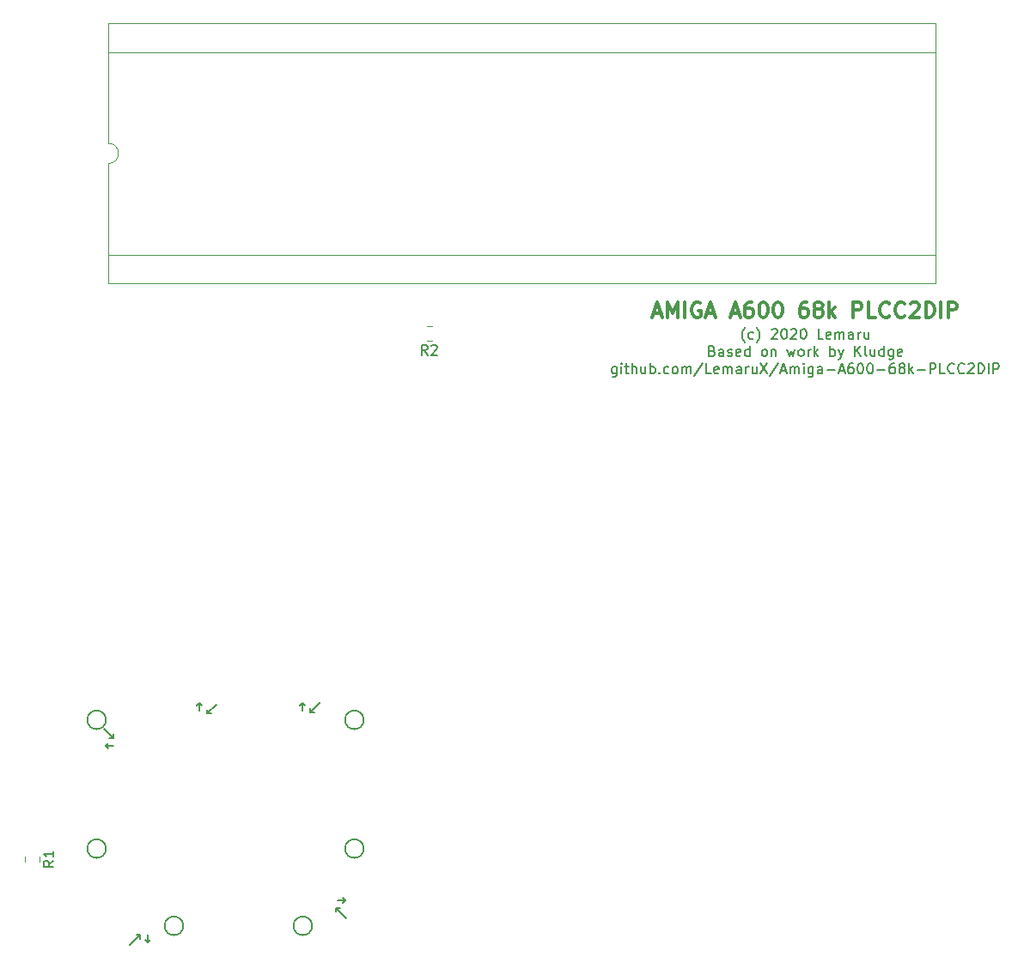
<source format=gbr>
%TF.GenerationSoftware,KiCad,Pcbnew,(5.1.6)-1*%
%TF.CreationDate,2020-11-29T15:27:34+00:00*%
%TF.ProjectId,A600 68k PLCC to DIP64,41363030-2036-4386-9b20-504c43432074,1*%
%TF.SameCoordinates,Original*%
%TF.FileFunction,Legend,Top*%
%TF.FilePolarity,Positive*%
%FSLAX46Y46*%
G04 Gerber Fmt 4.6, Leading zero omitted, Abs format (unit mm)*
G04 Created by KiCad (PCBNEW (5.1.6)-1) date 2020-11-29 15:27:34*
%MOMM*%
%LPD*%
G01*
G04 APERTURE LIST*
%ADD10C,0.200000*%
%ADD11C,0.300000*%
%ADD12C,0.120000*%
%ADD13C,0.150000*%
G04 APERTURE END LIST*
D10*
X180737619Y-77111333D02*
X180690000Y-77063714D01*
X180594761Y-76920857D01*
X180547142Y-76825619D01*
X180499523Y-76682761D01*
X180451904Y-76444666D01*
X180451904Y-76254190D01*
X180499523Y-76016095D01*
X180547142Y-75873238D01*
X180594761Y-75778000D01*
X180690000Y-75635142D01*
X180737619Y-75587523D01*
X181547142Y-76682761D02*
X181451904Y-76730380D01*
X181261428Y-76730380D01*
X181166190Y-76682761D01*
X181118571Y-76635142D01*
X181070952Y-76539904D01*
X181070952Y-76254190D01*
X181118571Y-76158952D01*
X181166190Y-76111333D01*
X181261428Y-76063714D01*
X181451904Y-76063714D01*
X181547142Y-76111333D01*
X181880476Y-77111333D02*
X181928095Y-77063714D01*
X182023333Y-76920857D01*
X182070952Y-76825619D01*
X182118571Y-76682761D01*
X182166190Y-76444666D01*
X182166190Y-76254190D01*
X182118571Y-76016095D01*
X182070952Y-75873238D01*
X182023333Y-75778000D01*
X181928095Y-75635142D01*
X181880476Y-75587523D01*
X183356666Y-75825619D02*
X183404285Y-75778000D01*
X183499523Y-75730380D01*
X183737619Y-75730380D01*
X183832857Y-75778000D01*
X183880476Y-75825619D01*
X183928095Y-75920857D01*
X183928095Y-76016095D01*
X183880476Y-76158952D01*
X183309047Y-76730380D01*
X183928095Y-76730380D01*
X184547142Y-75730380D02*
X184642380Y-75730380D01*
X184737619Y-75778000D01*
X184785238Y-75825619D01*
X184832857Y-75920857D01*
X184880476Y-76111333D01*
X184880476Y-76349428D01*
X184832857Y-76539904D01*
X184785238Y-76635142D01*
X184737619Y-76682761D01*
X184642380Y-76730380D01*
X184547142Y-76730380D01*
X184451904Y-76682761D01*
X184404285Y-76635142D01*
X184356666Y-76539904D01*
X184309047Y-76349428D01*
X184309047Y-76111333D01*
X184356666Y-75920857D01*
X184404285Y-75825619D01*
X184451904Y-75778000D01*
X184547142Y-75730380D01*
X185261428Y-75825619D02*
X185309047Y-75778000D01*
X185404285Y-75730380D01*
X185642380Y-75730380D01*
X185737619Y-75778000D01*
X185785238Y-75825619D01*
X185832857Y-75920857D01*
X185832857Y-76016095D01*
X185785238Y-76158952D01*
X185213809Y-76730380D01*
X185832857Y-76730380D01*
X186451904Y-75730380D02*
X186547142Y-75730380D01*
X186642380Y-75778000D01*
X186690000Y-75825619D01*
X186737619Y-75920857D01*
X186785238Y-76111333D01*
X186785238Y-76349428D01*
X186737619Y-76539904D01*
X186690000Y-76635142D01*
X186642380Y-76682761D01*
X186547142Y-76730380D01*
X186451904Y-76730380D01*
X186356666Y-76682761D01*
X186309047Y-76635142D01*
X186261428Y-76539904D01*
X186213809Y-76349428D01*
X186213809Y-76111333D01*
X186261428Y-75920857D01*
X186309047Y-75825619D01*
X186356666Y-75778000D01*
X186451904Y-75730380D01*
X188451904Y-76730380D02*
X187975714Y-76730380D01*
X187975714Y-75730380D01*
X189166190Y-76682761D02*
X189070952Y-76730380D01*
X188880476Y-76730380D01*
X188785238Y-76682761D01*
X188737619Y-76587523D01*
X188737619Y-76206571D01*
X188785238Y-76111333D01*
X188880476Y-76063714D01*
X189070952Y-76063714D01*
X189166190Y-76111333D01*
X189213809Y-76206571D01*
X189213809Y-76301809D01*
X188737619Y-76397047D01*
X189642380Y-76730380D02*
X189642380Y-76063714D01*
X189642380Y-76158952D02*
X189690000Y-76111333D01*
X189785238Y-76063714D01*
X189928095Y-76063714D01*
X190023333Y-76111333D01*
X190070952Y-76206571D01*
X190070952Y-76730380D01*
X190070952Y-76206571D02*
X190118571Y-76111333D01*
X190213809Y-76063714D01*
X190356666Y-76063714D01*
X190451904Y-76111333D01*
X190499523Y-76206571D01*
X190499523Y-76730380D01*
X191404285Y-76730380D02*
X191404285Y-76206571D01*
X191356666Y-76111333D01*
X191261428Y-76063714D01*
X191070952Y-76063714D01*
X190975714Y-76111333D01*
X191404285Y-76682761D02*
X191309047Y-76730380D01*
X191070952Y-76730380D01*
X190975714Y-76682761D01*
X190928095Y-76587523D01*
X190928095Y-76492285D01*
X190975714Y-76397047D01*
X191070952Y-76349428D01*
X191309047Y-76349428D01*
X191404285Y-76301809D01*
X191880476Y-76730380D02*
X191880476Y-76063714D01*
X191880476Y-76254190D02*
X191928095Y-76158952D01*
X191975714Y-76111333D01*
X192070952Y-76063714D01*
X192166190Y-76063714D01*
X192928095Y-76063714D02*
X192928095Y-76730380D01*
X192499523Y-76063714D02*
X192499523Y-76587523D01*
X192547142Y-76682761D01*
X192642380Y-76730380D01*
X192785238Y-76730380D01*
X192880476Y-76682761D01*
X192928095Y-76635142D01*
X177523333Y-77906571D02*
X177666190Y-77954190D01*
X177713809Y-78001809D01*
X177761428Y-78097047D01*
X177761428Y-78239904D01*
X177713809Y-78335142D01*
X177666190Y-78382761D01*
X177570952Y-78430380D01*
X177190000Y-78430380D01*
X177190000Y-77430380D01*
X177523333Y-77430380D01*
X177618571Y-77478000D01*
X177666190Y-77525619D01*
X177713809Y-77620857D01*
X177713809Y-77716095D01*
X177666190Y-77811333D01*
X177618571Y-77858952D01*
X177523333Y-77906571D01*
X177190000Y-77906571D01*
X178618571Y-78430380D02*
X178618571Y-77906571D01*
X178570952Y-77811333D01*
X178475714Y-77763714D01*
X178285238Y-77763714D01*
X178190000Y-77811333D01*
X178618571Y-78382761D02*
X178523333Y-78430380D01*
X178285238Y-78430380D01*
X178190000Y-78382761D01*
X178142380Y-78287523D01*
X178142380Y-78192285D01*
X178190000Y-78097047D01*
X178285238Y-78049428D01*
X178523333Y-78049428D01*
X178618571Y-78001809D01*
X179047142Y-78382761D02*
X179142380Y-78430380D01*
X179332857Y-78430380D01*
X179428095Y-78382761D01*
X179475714Y-78287523D01*
X179475714Y-78239904D01*
X179428095Y-78144666D01*
X179332857Y-78097047D01*
X179190000Y-78097047D01*
X179094761Y-78049428D01*
X179047142Y-77954190D01*
X179047142Y-77906571D01*
X179094761Y-77811333D01*
X179190000Y-77763714D01*
X179332857Y-77763714D01*
X179428095Y-77811333D01*
X180285238Y-78382761D02*
X180190000Y-78430380D01*
X179999523Y-78430380D01*
X179904285Y-78382761D01*
X179856666Y-78287523D01*
X179856666Y-77906571D01*
X179904285Y-77811333D01*
X179999523Y-77763714D01*
X180190000Y-77763714D01*
X180285238Y-77811333D01*
X180332857Y-77906571D01*
X180332857Y-78001809D01*
X179856666Y-78097047D01*
X181190000Y-78430380D02*
X181190000Y-77430380D01*
X181190000Y-78382761D02*
X181094761Y-78430380D01*
X180904285Y-78430380D01*
X180809047Y-78382761D01*
X180761428Y-78335142D01*
X180713809Y-78239904D01*
X180713809Y-77954190D01*
X180761428Y-77858952D01*
X180809047Y-77811333D01*
X180904285Y-77763714D01*
X181094761Y-77763714D01*
X181190000Y-77811333D01*
X182570952Y-78430380D02*
X182475714Y-78382761D01*
X182428095Y-78335142D01*
X182380476Y-78239904D01*
X182380476Y-77954190D01*
X182428095Y-77858952D01*
X182475714Y-77811333D01*
X182570952Y-77763714D01*
X182713809Y-77763714D01*
X182809047Y-77811333D01*
X182856666Y-77858952D01*
X182904285Y-77954190D01*
X182904285Y-78239904D01*
X182856666Y-78335142D01*
X182809047Y-78382761D01*
X182713809Y-78430380D01*
X182570952Y-78430380D01*
X183332857Y-77763714D02*
X183332857Y-78430380D01*
X183332857Y-77858952D02*
X183380476Y-77811333D01*
X183475714Y-77763714D01*
X183618571Y-77763714D01*
X183713809Y-77811333D01*
X183761428Y-77906571D01*
X183761428Y-78430380D01*
X184904285Y-77763714D02*
X185094761Y-78430380D01*
X185285238Y-77954190D01*
X185475714Y-78430380D01*
X185666190Y-77763714D01*
X186190000Y-78430380D02*
X186094761Y-78382761D01*
X186047142Y-78335142D01*
X185999523Y-78239904D01*
X185999523Y-77954190D01*
X186047142Y-77858952D01*
X186094761Y-77811333D01*
X186190000Y-77763714D01*
X186332857Y-77763714D01*
X186428095Y-77811333D01*
X186475714Y-77858952D01*
X186523333Y-77954190D01*
X186523333Y-78239904D01*
X186475714Y-78335142D01*
X186428095Y-78382761D01*
X186332857Y-78430380D01*
X186190000Y-78430380D01*
X186951904Y-78430380D02*
X186951904Y-77763714D01*
X186951904Y-77954190D02*
X186999523Y-77858952D01*
X187047142Y-77811333D01*
X187142380Y-77763714D01*
X187237619Y-77763714D01*
X187570952Y-78430380D02*
X187570952Y-77430380D01*
X187666190Y-78049428D02*
X187951904Y-78430380D01*
X187951904Y-77763714D02*
X187570952Y-78144666D01*
X189142380Y-78430380D02*
X189142380Y-77430380D01*
X189142380Y-77811333D02*
X189237619Y-77763714D01*
X189428095Y-77763714D01*
X189523333Y-77811333D01*
X189570952Y-77858952D01*
X189618571Y-77954190D01*
X189618571Y-78239904D01*
X189570952Y-78335142D01*
X189523333Y-78382761D01*
X189428095Y-78430380D01*
X189237619Y-78430380D01*
X189142380Y-78382761D01*
X189951904Y-77763714D02*
X190190000Y-78430380D01*
X190428095Y-77763714D02*
X190190000Y-78430380D01*
X190094761Y-78668476D01*
X190047142Y-78716095D01*
X189951904Y-78763714D01*
X191570952Y-78430380D02*
X191570952Y-77430380D01*
X192142380Y-78430380D02*
X191713809Y-77858952D01*
X192142380Y-77430380D02*
X191570952Y-78001809D01*
X192713809Y-78430380D02*
X192618571Y-78382761D01*
X192570952Y-78287523D01*
X192570952Y-77430380D01*
X193523333Y-77763714D02*
X193523333Y-78430380D01*
X193094761Y-77763714D02*
X193094761Y-78287523D01*
X193142380Y-78382761D01*
X193237619Y-78430380D01*
X193380476Y-78430380D01*
X193475714Y-78382761D01*
X193523333Y-78335142D01*
X194428095Y-78430380D02*
X194428095Y-77430380D01*
X194428095Y-78382761D02*
X194332857Y-78430380D01*
X194142380Y-78430380D01*
X194047142Y-78382761D01*
X193999523Y-78335142D01*
X193951904Y-78239904D01*
X193951904Y-77954190D01*
X193999523Y-77858952D01*
X194047142Y-77811333D01*
X194142380Y-77763714D01*
X194332857Y-77763714D01*
X194428095Y-77811333D01*
X195332857Y-77763714D02*
X195332857Y-78573238D01*
X195285238Y-78668476D01*
X195237619Y-78716095D01*
X195142380Y-78763714D01*
X194999523Y-78763714D01*
X194904285Y-78716095D01*
X195332857Y-78382761D02*
X195237619Y-78430380D01*
X195047142Y-78430380D01*
X194951904Y-78382761D01*
X194904285Y-78335142D01*
X194856666Y-78239904D01*
X194856666Y-77954190D01*
X194904285Y-77858952D01*
X194951904Y-77811333D01*
X195047142Y-77763714D01*
X195237619Y-77763714D01*
X195332857Y-77811333D01*
X196190000Y-78382761D02*
X196094761Y-78430380D01*
X195904285Y-78430380D01*
X195809047Y-78382761D01*
X195761428Y-78287523D01*
X195761428Y-77906571D01*
X195809047Y-77811333D01*
X195904285Y-77763714D01*
X196094761Y-77763714D01*
X196190000Y-77811333D01*
X196237619Y-77906571D01*
X196237619Y-78001809D01*
X195761428Y-78097047D01*
X168070952Y-79463714D02*
X168070952Y-80273238D01*
X168023333Y-80368476D01*
X167975714Y-80416095D01*
X167880476Y-80463714D01*
X167737619Y-80463714D01*
X167642380Y-80416095D01*
X168070952Y-80082761D02*
X167975714Y-80130380D01*
X167785238Y-80130380D01*
X167690000Y-80082761D01*
X167642380Y-80035142D01*
X167594761Y-79939904D01*
X167594761Y-79654190D01*
X167642380Y-79558952D01*
X167690000Y-79511333D01*
X167785238Y-79463714D01*
X167975714Y-79463714D01*
X168070952Y-79511333D01*
X168547142Y-80130380D02*
X168547142Y-79463714D01*
X168547142Y-79130380D02*
X168499523Y-79178000D01*
X168547142Y-79225619D01*
X168594761Y-79178000D01*
X168547142Y-79130380D01*
X168547142Y-79225619D01*
X168880476Y-79463714D02*
X169261428Y-79463714D01*
X169023333Y-79130380D02*
X169023333Y-79987523D01*
X169070952Y-80082761D01*
X169166190Y-80130380D01*
X169261428Y-80130380D01*
X169594761Y-80130380D02*
X169594761Y-79130380D01*
X170023333Y-80130380D02*
X170023333Y-79606571D01*
X169975714Y-79511333D01*
X169880476Y-79463714D01*
X169737619Y-79463714D01*
X169642380Y-79511333D01*
X169594761Y-79558952D01*
X170928095Y-79463714D02*
X170928095Y-80130380D01*
X170499523Y-79463714D02*
X170499523Y-79987523D01*
X170547142Y-80082761D01*
X170642380Y-80130380D01*
X170785238Y-80130380D01*
X170880476Y-80082761D01*
X170928095Y-80035142D01*
X171404285Y-80130380D02*
X171404285Y-79130380D01*
X171404285Y-79511333D02*
X171499523Y-79463714D01*
X171690000Y-79463714D01*
X171785238Y-79511333D01*
X171832857Y-79558952D01*
X171880476Y-79654190D01*
X171880476Y-79939904D01*
X171832857Y-80035142D01*
X171785238Y-80082761D01*
X171690000Y-80130380D01*
X171499523Y-80130380D01*
X171404285Y-80082761D01*
X172309047Y-80035142D02*
X172356666Y-80082761D01*
X172309047Y-80130380D01*
X172261428Y-80082761D01*
X172309047Y-80035142D01*
X172309047Y-80130380D01*
X173213809Y-80082761D02*
X173118571Y-80130380D01*
X172928095Y-80130380D01*
X172832857Y-80082761D01*
X172785238Y-80035142D01*
X172737619Y-79939904D01*
X172737619Y-79654190D01*
X172785238Y-79558952D01*
X172832857Y-79511333D01*
X172928095Y-79463714D01*
X173118571Y-79463714D01*
X173213809Y-79511333D01*
X173785238Y-80130380D02*
X173690000Y-80082761D01*
X173642380Y-80035142D01*
X173594761Y-79939904D01*
X173594761Y-79654190D01*
X173642380Y-79558952D01*
X173690000Y-79511333D01*
X173785238Y-79463714D01*
X173928095Y-79463714D01*
X174023333Y-79511333D01*
X174070952Y-79558952D01*
X174118571Y-79654190D01*
X174118571Y-79939904D01*
X174070952Y-80035142D01*
X174023333Y-80082761D01*
X173928095Y-80130380D01*
X173785238Y-80130380D01*
X174547142Y-80130380D02*
X174547142Y-79463714D01*
X174547142Y-79558952D02*
X174594761Y-79511333D01*
X174690000Y-79463714D01*
X174832857Y-79463714D01*
X174928095Y-79511333D01*
X174975714Y-79606571D01*
X174975714Y-80130380D01*
X174975714Y-79606571D02*
X175023333Y-79511333D01*
X175118571Y-79463714D01*
X175261428Y-79463714D01*
X175356666Y-79511333D01*
X175404285Y-79606571D01*
X175404285Y-80130380D01*
X176594761Y-79082761D02*
X175737619Y-80368476D01*
X177404285Y-80130380D02*
X176928095Y-80130380D01*
X176928095Y-79130380D01*
X178118571Y-80082761D02*
X178023333Y-80130380D01*
X177832857Y-80130380D01*
X177737619Y-80082761D01*
X177690000Y-79987523D01*
X177690000Y-79606571D01*
X177737619Y-79511333D01*
X177832857Y-79463714D01*
X178023333Y-79463714D01*
X178118571Y-79511333D01*
X178166190Y-79606571D01*
X178166190Y-79701809D01*
X177690000Y-79797047D01*
X178594761Y-80130380D02*
X178594761Y-79463714D01*
X178594761Y-79558952D02*
X178642380Y-79511333D01*
X178737619Y-79463714D01*
X178880476Y-79463714D01*
X178975714Y-79511333D01*
X179023333Y-79606571D01*
X179023333Y-80130380D01*
X179023333Y-79606571D02*
X179070952Y-79511333D01*
X179166190Y-79463714D01*
X179309047Y-79463714D01*
X179404285Y-79511333D01*
X179451904Y-79606571D01*
X179451904Y-80130380D01*
X180356666Y-80130380D02*
X180356666Y-79606571D01*
X180309047Y-79511333D01*
X180213809Y-79463714D01*
X180023333Y-79463714D01*
X179928095Y-79511333D01*
X180356666Y-80082761D02*
X180261428Y-80130380D01*
X180023333Y-80130380D01*
X179928095Y-80082761D01*
X179880476Y-79987523D01*
X179880476Y-79892285D01*
X179928095Y-79797047D01*
X180023333Y-79749428D01*
X180261428Y-79749428D01*
X180356666Y-79701809D01*
X180832857Y-80130380D02*
X180832857Y-79463714D01*
X180832857Y-79654190D02*
X180880476Y-79558952D01*
X180928095Y-79511333D01*
X181023333Y-79463714D01*
X181118571Y-79463714D01*
X181880476Y-79463714D02*
X181880476Y-80130380D01*
X181451904Y-79463714D02*
X181451904Y-79987523D01*
X181499523Y-80082761D01*
X181594761Y-80130380D01*
X181737619Y-80130380D01*
X181832857Y-80082761D01*
X181880476Y-80035142D01*
X182261428Y-79130380D02*
X182928095Y-80130380D01*
X182928095Y-79130380D02*
X182261428Y-80130380D01*
X184023333Y-79082761D02*
X183166190Y-80368476D01*
X184309047Y-79844666D02*
X184785238Y-79844666D01*
X184213809Y-80130380D02*
X184547142Y-79130380D01*
X184880476Y-80130380D01*
X185213809Y-80130380D02*
X185213809Y-79463714D01*
X185213809Y-79558952D02*
X185261428Y-79511333D01*
X185356666Y-79463714D01*
X185499523Y-79463714D01*
X185594761Y-79511333D01*
X185642380Y-79606571D01*
X185642380Y-80130380D01*
X185642380Y-79606571D02*
X185690000Y-79511333D01*
X185785238Y-79463714D01*
X185928095Y-79463714D01*
X186023333Y-79511333D01*
X186070952Y-79606571D01*
X186070952Y-80130380D01*
X186547142Y-80130380D02*
X186547142Y-79463714D01*
X186547142Y-79130380D02*
X186499523Y-79178000D01*
X186547142Y-79225619D01*
X186594761Y-79178000D01*
X186547142Y-79130380D01*
X186547142Y-79225619D01*
X187451904Y-79463714D02*
X187451904Y-80273238D01*
X187404285Y-80368476D01*
X187356666Y-80416095D01*
X187261428Y-80463714D01*
X187118571Y-80463714D01*
X187023333Y-80416095D01*
X187451904Y-80082761D02*
X187356666Y-80130380D01*
X187166190Y-80130380D01*
X187070952Y-80082761D01*
X187023333Y-80035142D01*
X186975714Y-79939904D01*
X186975714Y-79654190D01*
X187023333Y-79558952D01*
X187070952Y-79511333D01*
X187166190Y-79463714D01*
X187356666Y-79463714D01*
X187451904Y-79511333D01*
X188356666Y-80130380D02*
X188356666Y-79606571D01*
X188309047Y-79511333D01*
X188213809Y-79463714D01*
X188023333Y-79463714D01*
X187928095Y-79511333D01*
X188356666Y-80082761D02*
X188261428Y-80130380D01*
X188023333Y-80130380D01*
X187928095Y-80082761D01*
X187880476Y-79987523D01*
X187880476Y-79892285D01*
X187928095Y-79797047D01*
X188023333Y-79749428D01*
X188261428Y-79749428D01*
X188356666Y-79701809D01*
X188832857Y-79749428D02*
X189594761Y-79749428D01*
X190023333Y-79844666D02*
X190499523Y-79844666D01*
X189928095Y-80130380D02*
X190261428Y-79130380D01*
X190594761Y-80130380D01*
X191356666Y-79130380D02*
X191166190Y-79130380D01*
X191070952Y-79178000D01*
X191023333Y-79225619D01*
X190928095Y-79368476D01*
X190880476Y-79558952D01*
X190880476Y-79939904D01*
X190928095Y-80035142D01*
X190975714Y-80082761D01*
X191070952Y-80130380D01*
X191261428Y-80130380D01*
X191356666Y-80082761D01*
X191404285Y-80035142D01*
X191451904Y-79939904D01*
X191451904Y-79701809D01*
X191404285Y-79606571D01*
X191356666Y-79558952D01*
X191261428Y-79511333D01*
X191070952Y-79511333D01*
X190975714Y-79558952D01*
X190928095Y-79606571D01*
X190880476Y-79701809D01*
X192070952Y-79130380D02*
X192166190Y-79130380D01*
X192261428Y-79178000D01*
X192309047Y-79225619D01*
X192356666Y-79320857D01*
X192404285Y-79511333D01*
X192404285Y-79749428D01*
X192356666Y-79939904D01*
X192309047Y-80035142D01*
X192261428Y-80082761D01*
X192166190Y-80130380D01*
X192070952Y-80130380D01*
X191975714Y-80082761D01*
X191928095Y-80035142D01*
X191880476Y-79939904D01*
X191832857Y-79749428D01*
X191832857Y-79511333D01*
X191880476Y-79320857D01*
X191928095Y-79225619D01*
X191975714Y-79178000D01*
X192070952Y-79130380D01*
X193023333Y-79130380D02*
X193118571Y-79130380D01*
X193213809Y-79178000D01*
X193261428Y-79225619D01*
X193309047Y-79320857D01*
X193356666Y-79511333D01*
X193356666Y-79749428D01*
X193309047Y-79939904D01*
X193261428Y-80035142D01*
X193213809Y-80082761D01*
X193118571Y-80130380D01*
X193023333Y-80130380D01*
X192928095Y-80082761D01*
X192880476Y-80035142D01*
X192832857Y-79939904D01*
X192785238Y-79749428D01*
X192785238Y-79511333D01*
X192832857Y-79320857D01*
X192880476Y-79225619D01*
X192928095Y-79178000D01*
X193023333Y-79130380D01*
X193785238Y-79749428D02*
X194547142Y-79749428D01*
X195451904Y-79130380D02*
X195261428Y-79130380D01*
X195166190Y-79178000D01*
X195118571Y-79225619D01*
X195023333Y-79368476D01*
X194975714Y-79558952D01*
X194975714Y-79939904D01*
X195023333Y-80035142D01*
X195070952Y-80082761D01*
X195166190Y-80130380D01*
X195356666Y-80130380D01*
X195451904Y-80082761D01*
X195499523Y-80035142D01*
X195547142Y-79939904D01*
X195547142Y-79701809D01*
X195499523Y-79606571D01*
X195451904Y-79558952D01*
X195356666Y-79511333D01*
X195166190Y-79511333D01*
X195070952Y-79558952D01*
X195023333Y-79606571D01*
X194975714Y-79701809D01*
X196118571Y-79558952D02*
X196023333Y-79511333D01*
X195975714Y-79463714D01*
X195928095Y-79368476D01*
X195928095Y-79320857D01*
X195975714Y-79225619D01*
X196023333Y-79178000D01*
X196118571Y-79130380D01*
X196309047Y-79130380D01*
X196404285Y-79178000D01*
X196451904Y-79225619D01*
X196499523Y-79320857D01*
X196499523Y-79368476D01*
X196451904Y-79463714D01*
X196404285Y-79511333D01*
X196309047Y-79558952D01*
X196118571Y-79558952D01*
X196023333Y-79606571D01*
X195975714Y-79654190D01*
X195928095Y-79749428D01*
X195928095Y-79939904D01*
X195975714Y-80035142D01*
X196023333Y-80082761D01*
X196118571Y-80130380D01*
X196309047Y-80130380D01*
X196404285Y-80082761D01*
X196451904Y-80035142D01*
X196499523Y-79939904D01*
X196499523Y-79749428D01*
X196451904Y-79654190D01*
X196404285Y-79606571D01*
X196309047Y-79558952D01*
X196928095Y-80130380D02*
X196928095Y-79130380D01*
X197023333Y-79749428D02*
X197309047Y-80130380D01*
X197309047Y-79463714D02*
X196928095Y-79844666D01*
X197737619Y-79749428D02*
X198499523Y-79749428D01*
X198975714Y-80130380D02*
X198975714Y-79130380D01*
X199356666Y-79130380D01*
X199451904Y-79178000D01*
X199499523Y-79225619D01*
X199547142Y-79320857D01*
X199547142Y-79463714D01*
X199499523Y-79558952D01*
X199451904Y-79606571D01*
X199356666Y-79654190D01*
X198975714Y-79654190D01*
X200451904Y-80130380D02*
X199975714Y-80130380D01*
X199975714Y-79130380D01*
X201356666Y-80035142D02*
X201309047Y-80082761D01*
X201166190Y-80130380D01*
X201070952Y-80130380D01*
X200928095Y-80082761D01*
X200832857Y-79987523D01*
X200785238Y-79892285D01*
X200737619Y-79701809D01*
X200737619Y-79558952D01*
X200785238Y-79368476D01*
X200832857Y-79273238D01*
X200928095Y-79178000D01*
X201070952Y-79130380D01*
X201166190Y-79130380D01*
X201309047Y-79178000D01*
X201356666Y-79225619D01*
X202356666Y-80035142D02*
X202309047Y-80082761D01*
X202166190Y-80130380D01*
X202070952Y-80130380D01*
X201928095Y-80082761D01*
X201832857Y-79987523D01*
X201785238Y-79892285D01*
X201737619Y-79701809D01*
X201737619Y-79558952D01*
X201785238Y-79368476D01*
X201832857Y-79273238D01*
X201928095Y-79178000D01*
X202070952Y-79130380D01*
X202166190Y-79130380D01*
X202309047Y-79178000D01*
X202356666Y-79225619D01*
X202737619Y-79225619D02*
X202785238Y-79178000D01*
X202880476Y-79130380D01*
X203118571Y-79130380D01*
X203213809Y-79178000D01*
X203261428Y-79225619D01*
X203309047Y-79320857D01*
X203309047Y-79416095D01*
X203261428Y-79558952D01*
X202690000Y-80130380D01*
X203309047Y-80130380D01*
X203737619Y-80130380D02*
X203737619Y-79130380D01*
X203975714Y-79130380D01*
X204118571Y-79178000D01*
X204213809Y-79273238D01*
X204261428Y-79368476D01*
X204309047Y-79558952D01*
X204309047Y-79701809D01*
X204261428Y-79892285D01*
X204213809Y-79987523D01*
X204118571Y-80082761D01*
X203975714Y-80130380D01*
X203737619Y-80130380D01*
X204737619Y-80130380D02*
X204737619Y-79130380D01*
X205213809Y-80130380D02*
X205213809Y-79130380D01*
X205594761Y-79130380D01*
X205690000Y-79178000D01*
X205737619Y-79225619D01*
X205785238Y-79320857D01*
X205785238Y-79463714D01*
X205737619Y-79558952D01*
X205690000Y-79606571D01*
X205594761Y-79654190D01*
X205213809Y-79654190D01*
D11*
X171761428Y-74164000D02*
X172475714Y-74164000D01*
X171618571Y-74592571D02*
X172118571Y-73092571D01*
X172618571Y-74592571D01*
X173118571Y-74592571D02*
X173118571Y-73092571D01*
X173618571Y-74164000D01*
X174118571Y-73092571D01*
X174118571Y-74592571D01*
X174832857Y-74592571D02*
X174832857Y-73092571D01*
X176332857Y-73164000D02*
X176190000Y-73092571D01*
X175975714Y-73092571D01*
X175761428Y-73164000D01*
X175618571Y-73306857D01*
X175547142Y-73449714D01*
X175475714Y-73735428D01*
X175475714Y-73949714D01*
X175547142Y-74235428D01*
X175618571Y-74378285D01*
X175761428Y-74521142D01*
X175975714Y-74592571D01*
X176118571Y-74592571D01*
X176332857Y-74521142D01*
X176404285Y-74449714D01*
X176404285Y-73949714D01*
X176118571Y-73949714D01*
X176975714Y-74164000D02*
X177690000Y-74164000D01*
X176832857Y-74592571D02*
X177332857Y-73092571D01*
X177832857Y-74592571D01*
X179404285Y-74164000D02*
X180118571Y-74164000D01*
X179261428Y-74592571D02*
X179761428Y-73092571D01*
X180261428Y-74592571D01*
X181404285Y-73092571D02*
X181118571Y-73092571D01*
X180975714Y-73164000D01*
X180904285Y-73235428D01*
X180761428Y-73449714D01*
X180690000Y-73735428D01*
X180690000Y-74306857D01*
X180761428Y-74449714D01*
X180832857Y-74521142D01*
X180975714Y-74592571D01*
X181261428Y-74592571D01*
X181404285Y-74521142D01*
X181475714Y-74449714D01*
X181547142Y-74306857D01*
X181547142Y-73949714D01*
X181475714Y-73806857D01*
X181404285Y-73735428D01*
X181261428Y-73664000D01*
X180975714Y-73664000D01*
X180832857Y-73735428D01*
X180761428Y-73806857D01*
X180690000Y-73949714D01*
X182475714Y-73092571D02*
X182618571Y-73092571D01*
X182761428Y-73164000D01*
X182832857Y-73235428D01*
X182904285Y-73378285D01*
X182975714Y-73664000D01*
X182975714Y-74021142D01*
X182904285Y-74306857D01*
X182832857Y-74449714D01*
X182761428Y-74521142D01*
X182618571Y-74592571D01*
X182475714Y-74592571D01*
X182332857Y-74521142D01*
X182261428Y-74449714D01*
X182190000Y-74306857D01*
X182118571Y-74021142D01*
X182118571Y-73664000D01*
X182190000Y-73378285D01*
X182261428Y-73235428D01*
X182332857Y-73164000D01*
X182475714Y-73092571D01*
X183904285Y-73092571D02*
X184047142Y-73092571D01*
X184190000Y-73164000D01*
X184261428Y-73235428D01*
X184332857Y-73378285D01*
X184404285Y-73664000D01*
X184404285Y-74021142D01*
X184332857Y-74306857D01*
X184261428Y-74449714D01*
X184190000Y-74521142D01*
X184047142Y-74592571D01*
X183904285Y-74592571D01*
X183761428Y-74521142D01*
X183690000Y-74449714D01*
X183618571Y-74306857D01*
X183547142Y-74021142D01*
X183547142Y-73664000D01*
X183618571Y-73378285D01*
X183690000Y-73235428D01*
X183761428Y-73164000D01*
X183904285Y-73092571D01*
X186832857Y-73092571D02*
X186547142Y-73092571D01*
X186404285Y-73164000D01*
X186332857Y-73235428D01*
X186190000Y-73449714D01*
X186118571Y-73735428D01*
X186118571Y-74306857D01*
X186190000Y-74449714D01*
X186261428Y-74521142D01*
X186404285Y-74592571D01*
X186690000Y-74592571D01*
X186832857Y-74521142D01*
X186904285Y-74449714D01*
X186975714Y-74306857D01*
X186975714Y-73949714D01*
X186904285Y-73806857D01*
X186832857Y-73735428D01*
X186690000Y-73664000D01*
X186404285Y-73664000D01*
X186261428Y-73735428D01*
X186190000Y-73806857D01*
X186118571Y-73949714D01*
X187832857Y-73735428D02*
X187690000Y-73664000D01*
X187618571Y-73592571D01*
X187547142Y-73449714D01*
X187547142Y-73378285D01*
X187618571Y-73235428D01*
X187690000Y-73164000D01*
X187832857Y-73092571D01*
X188118571Y-73092571D01*
X188261428Y-73164000D01*
X188332857Y-73235428D01*
X188404285Y-73378285D01*
X188404285Y-73449714D01*
X188332857Y-73592571D01*
X188261428Y-73664000D01*
X188118571Y-73735428D01*
X187832857Y-73735428D01*
X187690000Y-73806857D01*
X187618571Y-73878285D01*
X187547142Y-74021142D01*
X187547142Y-74306857D01*
X187618571Y-74449714D01*
X187690000Y-74521142D01*
X187832857Y-74592571D01*
X188118571Y-74592571D01*
X188261428Y-74521142D01*
X188332857Y-74449714D01*
X188404285Y-74306857D01*
X188404285Y-74021142D01*
X188332857Y-73878285D01*
X188261428Y-73806857D01*
X188118571Y-73735428D01*
X189047142Y-74592571D02*
X189047142Y-73092571D01*
X189190000Y-74021142D02*
X189618571Y-74592571D01*
X189618571Y-73592571D02*
X189047142Y-74164000D01*
X191404285Y-74592571D02*
X191404285Y-73092571D01*
X191975714Y-73092571D01*
X192118571Y-73164000D01*
X192190000Y-73235428D01*
X192261428Y-73378285D01*
X192261428Y-73592571D01*
X192190000Y-73735428D01*
X192118571Y-73806857D01*
X191975714Y-73878285D01*
X191404285Y-73878285D01*
X193618571Y-74592571D02*
X192904285Y-74592571D01*
X192904285Y-73092571D01*
X194975714Y-74449714D02*
X194904285Y-74521142D01*
X194690000Y-74592571D01*
X194547142Y-74592571D01*
X194332857Y-74521142D01*
X194190000Y-74378285D01*
X194118571Y-74235428D01*
X194047142Y-73949714D01*
X194047142Y-73735428D01*
X194118571Y-73449714D01*
X194190000Y-73306857D01*
X194332857Y-73164000D01*
X194547142Y-73092571D01*
X194690000Y-73092571D01*
X194904285Y-73164000D01*
X194975714Y-73235428D01*
X196475714Y-74449714D02*
X196404285Y-74521142D01*
X196190000Y-74592571D01*
X196047142Y-74592571D01*
X195832857Y-74521142D01*
X195690000Y-74378285D01*
X195618571Y-74235428D01*
X195547142Y-73949714D01*
X195547142Y-73735428D01*
X195618571Y-73449714D01*
X195690000Y-73306857D01*
X195832857Y-73164000D01*
X196047142Y-73092571D01*
X196190000Y-73092571D01*
X196404285Y-73164000D01*
X196475714Y-73235428D01*
X197047142Y-73235428D02*
X197118571Y-73164000D01*
X197261428Y-73092571D01*
X197618571Y-73092571D01*
X197761428Y-73164000D01*
X197832857Y-73235428D01*
X197904285Y-73378285D01*
X197904285Y-73521142D01*
X197832857Y-73735428D01*
X196975714Y-74592571D01*
X197904285Y-74592571D01*
X198547142Y-74592571D02*
X198547142Y-73092571D01*
X198904285Y-73092571D01*
X199118571Y-73164000D01*
X199261428Y-73306857D01*
X199332857Y-73449714D01*
X199404285Y-73735428D01*
X199404285Y-73949714D01*
X199332857Y-74235428D01*
X199261428Y-74378285D01*
X199118571Y-74521142D01*
X198904285Y-74592571D01*
X198547142Y-74592571D01*
X200047142Y-74592571D02*
X200047142Y-73092571D01*
X200761428Y-74592571D02*
X200761428Y-73092571D01*
X201332857Y-73092571D01*
X201475714Y-73164000D01*
X201547142Y-73235428D01*
X201618571Y-73378285D01*
X201618571Y-73592571D01*
X201547142Y-73735428D01*
X201475714Y-73806857D01*
X201332857Y-73878285D01*
X200761428Y-73878285D01*
D12*
%TO.C,U2*%
X117990000Y-59420000D02*
X117990000Y-71240000D01*
X117990000Y-68410000D02*
X199510000Y-68410000D01*
X199510000Y-68410000D02*
X199510000Y-48430000D01*
X199510000Y-48430000D02*
X117990000Y-48430000D01*
X117990000Y-45600000D02*
X117990000Y-57420000D01*
X117990000Y-71240000D02*
X199510000Y-71240000D01*
X199510000Y-71240000D02*
X199510000Y-45600000D01*
X199510000Y-45600000D02*
X117990000Y-45600000D01*
X117990000Y-57420000D02*
G75*
G02*
X117990000Y-59420000I0J-1000000D01*
G01*
D13*
%TO.C,U1*%
X137160000Y-112649000D02*
X136906000Y-112903000D01*
X137160000Y-113411000D02*
X137160000Y-112649000D01*
X137414000Y-112903000D02*
X137160000Y-112649000D01*
X141097000Y-132334000D02*
X141351000Y-132080000D01*
X141351000Y-132080000D02*
X141097000Y-131826000D01*
X140589000Y-132080000D02*
X141351000Y-132080000D01*
X138303000Y-113538000D02*
X137922000Y-113538000D01*
X138938000Y-112522000D02*
X137922000Y-113538000D01*
X137922000Y-113538000D02*
X137922000Y-113157000D01*
X140843000Y-132842000D02*
X140462000Y-132842000D01*
X140462000Y-132842000D02*
X140462000Y-133223000D01*
X141478000Y-133858000D02*
X140462000Y-132842000D01*
X121158000Y-135890000D02*
X121158000Y-135509000D01*
X121158000Y-135509000D02*
X120777000Y-135509000D01*
X120142000Y-136525000D02*
X121158000Y-135509000D01*
X117983000Y-116586000D02*
X117729000Y-116840000D01*
X117729000Y-116840000D02*
X117983000Y-117094000D01*
X118491000Y-116840000D02*
X117729000Y-116840000D01*
X118110000Y-116078000D02*
X118491000Y-116078000D01*
X118491000Y-116078000D02*
X118491000Y-115697000D01*
X117602000Y-115189000D02*
X118491000Y-116078000D01*
X127254000Y-112903000D02*
X127000000Y-112649000D01*
X127000000Y-112649000D02*
X126746000Y-112903000D01*
X127000000Y-113411000D02*
X127000000Y-112649000D01*
X128143000Y-113665000D02*
X127762000Y-113665000D01*
X127762000Y-113665000D02*
X127762000Y-113284000D01*
X128651000Y-112776000D02*
X127762000Y-113665000D01*
X122174000Y-136017000D02*
X121920000Y-136271000D01*
X121920000Y-136271000D02*
X121666000Y-136017000D01*
X121920000Y-135509000D02*
X121920000Y-136144000D01*
X117755810Y-114300000D02*
G75*
G03*
X117755810Y-114300000I-915810J0D01*
G01*
X117755810Y-127000000D02*
G75*
G03*
X117755810Y-127000000I-915810J0D01*
G01*
X125375810Y-134620000D02*
G75*
G03*
X125375810Y-134620000I-915810J0D01*
G01*
X138075810Y-134620000D02*
G75*
G03*
X138075810Y-134620000I-915810J0D01*
G01*
X143155810Y-127000000D02*
G75*
G03*
X143155810Y-127000000I-915810J0D01*
G01*
X143155810Y-114300000D02*
G75*
G03*
X143155810Y-114300000I-915810J0D01*
G01*
D12*
%TO.C,R1*%
X111200000Y-127763748D02*
X111200000Y-128286252D01*
X109780000Y-127763748D02*
X109780000Y-128286252D01*
%TO.C,R2*%
X149876252Y-76910000D02*
X149353748Y-76910000D01*
X149876252Y-75490000D02*
X149353748Y-75490000D01*
%TO.C,R1*%
D13*
X112592380Y-128191666D02*
X112116190Y-128525000D01*
X112592380Y-128763095D02*
X111592380Y-128763095D01*
X111592380Y-128382142D01*
X111640000Y-128286904D01*
X111687619Y-128239285D01*
X111782857Y-128191666D01*
X111925714Y-128191666D01*
X112020952Y-128239285D01*
X112068571Y-128286904D01*
X112116190Y-128382142D01*
X112116190Y-128763095D01*
X112592380Y-127239285D02*
X112592380Y-127810714D01*
X112592380Y-127525000D02*
X111592380Y-127525000D01*
X111735238Y-127620238D01*
X111830476Y-127715476D01*
X111878095Y-127810714D01*
%TO.C,R2*%
X149448333Y-78302380D02*
X149115000Y-77826190D01*
X148876904Y-78302380D02*
X148876904Y-77302380D01*
X149257857Y-77302380D01*
X149353095Y-77350000D01*
X149400714Y-77397619D01*
X149448333Y-77492857D01*
X149448333Y-77635714D01*
X149400714Y-77730952D01*
X149353095Y-77778571D01*
X149257857Y-77826190D01*
X148876904Y-77826190D01*
X149829285Y-77397619D02*
X149876904Y-77350000D01*
X149972142Y-77302380D01*
X150210238Y-77302380D01*
X150305476Y-77350000D01*
X150353095Y-77397619D01*
X150400714Y-77492857D01*
X150400714Y-77588095D01*
X150353095Y-77730952D01*
X149781666Y-78302380D01*
X150400714Y-78302380D01*
%TD*%
M02*

</source>
